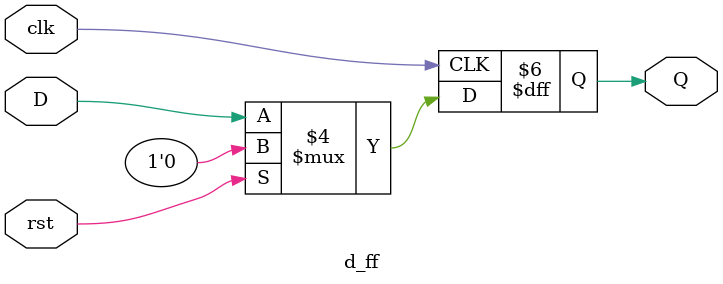
<source format=v>
`timescale 1ns / 1ps



module d_ff(D,clk,rst,Q);
input D,clk,rst;
output reg Q;
always @(posedge clk)
begin
if (rst==1)
    Q<=0;
else
    Q<=D;
end
endmodule


</source>
